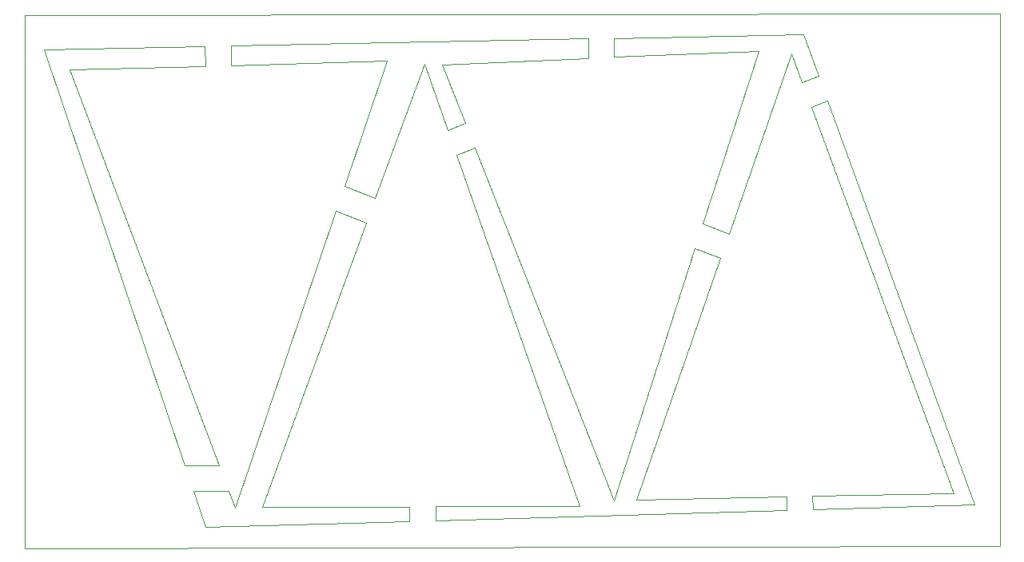
<source format=gbr>
G04 #@! TF.GenerationSoftware,KiCad,Pcbnew,5.0.0-fee4fd1~66~ubuntu16.04.1*
G04 #@! TF.CreationDate,2018-10-06T10:52:46+08:00*
G04 #@! TF.ProjectId,corners,636F726E6572732E6B696361645F7063,rev?*
G04 #@! TF.SameCoordinates,Original*
G04 #@! TF.FileFunction,Profile,NP*
%FSLAX46Y46*%
G04 Gerber Fmt 4.6, Leading zero omitted, Abs format (unit mm)*
G04 Created by KiCad (PCBNEW 5.0.0-fee4fd1~66~ubuntu16.04.1) date Sat Oct  6 10:52:46 2018*
%MOMM*%
%LPD*%
G01*
G04 APERTURE LIST*
G04 #@! TA.AperFunction,NonConductor*
%ADD10C,0.100000*%
G04 #@! TD*
G04 APERTURE END LIST*
D10*
G04 #@! TO.C,*
X124604738Y-67365734D02*
X124604738Y-67365734D01*
X124604738Y-67365734D02*
X124604738Y-67365734D01*
X113919430Y-98928870D02*
X124604738Y-67365734D01*
X113249152Y-97146240D02*
X113919430Y-98928870D01*
X109532309Y-97146240D02*
X113249152Y-97146240D01*
X110822151Y-100955690D02*
X109532309Y-97146240D01*
X132416008Y-100320690D02*
X110822151Y-100955690D01*
X132396165Y-98764060D02*
X132416008Y-100320690D01*
X116815515Y-98837920D02*
X132396165Y-98764060D01*
X127816116Y-68636838D02*
X116815515Y-98837920D01*
X124604738Y-67365734D02*
X127816116Y-68636838D01*
X139294624Y-60673430D02*
X139294624Y-60673430D01*
X139294624Y-60673430D02*
X139294624Y-60673430D01*
X137335053Y-61448991D02*
X139294624Y-60673430D01*
X150372946Y-98678620D02*
X137335053Y-61448991D01*
X135148382Y-98750830D02*
X150372946Y-98678620D01*
X135167124Y-100239660D02*
X135148382Y-98750830D01*
X172353757Y-99146050D02*
X135167124Y-100239660D01*
X172335014Y-97701870D02*
X172353757Y-99146050D01*
X156456158Y-98025430D02*
X172335014Y-97701870D01*
X165334583Y-72413764D02*
X156456158Y-98025430D01*
X162628668Y-71342753D02*
X165334583Y-72413764D01*
X154027503Y-98093780D02*
X162628668Y-71342753D01*
X139294624Y-60673430D02*
X154027503Y-98093780D01*
X176631737Y-55672255D02*
X176631737Y-55672255D01*
X176631737Y-55672255D02*
X176631737Y-55672255D01*
X174927931Y-56346391D02*
X176631737Y-55672255D01*
X190007530Y-97341920D02*
X174927931Y-56346391D01*
X175086681Y-97645640D02*
X190007530Y-97341920D01*
X175104873Y-99065020D02*
X175086681Y-97645640D01*
X192243260Y-98561210D02*
X175104873Y-99065020D01*
X176631737Y-55672255D02*
X192243260Y-98561210D01*
X110736712Y-49928043D02*
X110736712Y-49928043D01*
X110736712Y-49928043D02*
X110736712Y-49928043D01*
X93659514Y-50267040D02*
X110736712Y-49928043D01*
X108600754Y-94394580D02*
X93659514Y-50267040D01*
X112213970Y-94394580D02*
X108600754Y-94394580D01*
X96429922Y-52428354D02*
X112213970Y-94394580D01*
X110763723Y-52032029D02*
X96429922Y-52428354D01*
X110736712Y-49928043D02*
X110763723Y-52032029D01*
X151303398Y-49122716D02*
X151303398Y-49122716D01*
X151303398Y-49122716D02*
X151303398Y-49122716D01*
X113488378Y-49873473D02*
X151303398Y-49122716D01*
X113514839Y-51955962D02*
X113488378Y-49873473D01*
X129975226Y-51501209D02*
X113514839Y-51955962D01*
X125487783Y-64756283D02*
X129975226Y-51501209D01*
X128758143Y-66050537D02*
X125487783Y-64756283D01*
X133952245Y-51790597D02*
X128758143Y-66050537D01*
X136424446Y-58850013D02*
X133952245Y-51790597D01*
X138286450Y-58113037D02*
X136424446Y-58850013D01*
X135827479Y-51867217D02*
X138286450Y-58113037D01*
X151330407Y-51200798D02*
X135827479Y-51867217D01*
X151303398Y-49122716D02*
X151330407Y-51200798D01*
X174082918Y-48670721D02*
X174082918Y-48670721D01*
X174082918Y-48670721D02*
X174082918Y-48670721D01*
X154055065Y-49068146D02*
X174082918Y-48670721D01*
X154080973Y-51082287D02*
X154055065Y-49068146D01*
X169354596Y-50425790D02*
X154080973Y-51082287D01*
X163473127Y-68717867D02*
X169354596Y-50425790D01*
X166236921Y-69811478D02*
X163473127Y-68717867D01*
X172856465Y-50715728D02*
X166236921Y-69811478D01*
X173977638Y-53763398D02*
X172856465Y-50715728D01*
X175689711Y-53085404D02*
X173977638Y-53763398D01*
X174082918Y-48670721D02*
X175689711Y-53085404D01*
X194912660Y-46475801D02*
X194912660Y-46475801D01*
X194912660Y-46475801D02*
X194912660Y-46475801D01*
X194912660Y-102975700D02*
X194912660Y-46475801D01*
X91664115Y-103175220D02*
X194912660Y-102975700D01*
X91664115Y-46675319D02*
X91664115Y-103175220D01*
X194912660Y-46475801D02*
X91664115Y-46675319D01*
G04 #@! TD*
M02*

</source>
